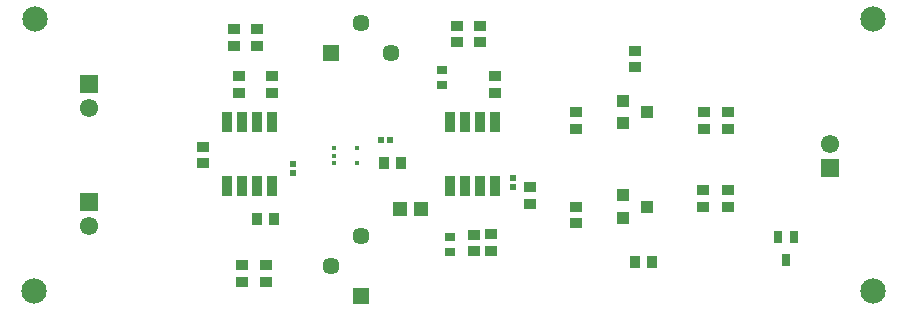
<source format=gbr>
G04*
G04 #@! TF.GenerationSoftware,Altium Limited,Altium Designer,23.8.1 (32)*
G04*
G04 Layer_Color=8388736*
%FSLAX43Y43*%
%MOMM*%
G71*
G04*
G04 #@! TF.SameCoordinates,4157314E-2F8B-4695-BFB2-F8FC6B21436D*
G04*
G04*
G04 #@! TF.FilePolarity,Negative*
G04*
G01*
G75*
%ADD15R,0.472X0.515*%
%ADD16R,0.515X0.472*%
%ADD22R,0.850X0.800*%
%ADD24R,0.703X1.053*%
%ADD25R,1.103X0.903*%
%ADD26R,0.853X1.731*%
%ADD27R,1.103X1.003*%
%ADD28R,1.303X1.303*%
%ADD29R,0.903X1.103*%
%ADD30R,0.400X0.300*%
%ADD31R,1.553X1.553*%
%ADD32C,1.553*%
%ADD33C,2.140*%
%ADD34R,1.453X1.453*%
%ADD35C,1.453*%
%ADD36R,1.453X1.453*%
D15*
X43500Y12604D02*
D03*
Y11846D02*
D03*
X24875Y13804D02*
D03*
Y13046D02*
D03*
D16*
X33104Y15800D02*
D03*
X32346D02*
D03*
D22*
X38225Y7651D02*
D03*
Y6399D02*
D03*
X37525Y21726D02*
D03*
Y20474D02*
D03*
D24*
X66650Y5700D02*
D03*
X66000Y7650D02*
D03*
X67300D02*
D03*
D25*
X61700Y18200D02*
D03*
Y16800D02*
D03*
X59700Y18200D02*
D03*
Y16800D02*
D03*
X61725Y10200D02*
D03*
Y11600D02*
D03*
X59650Y10200D02*
D03*
Y11600D02*
D03*
X48875Y8800D02*
D03*
Y10200D02*
D03*
X45000Y10450D02*
D03*
Y11850D02*
D03*
X40225Y7825D02*
D03*
Y6425D02*
D03*
X41675Y7875D02*
D03*
Y6475D02*
D03*
X53875Y22000D02*
D03*
Y23400D02*
D03*
X42030Y21225D02*
D03*
Y19825D02*
D03*
X17325Y13875D02*
D03*
Y15275D02*
D03*
X23155Y21225D02*
D03*
Y19825D02*
D03*
X48875Y16800D02*
D03*
Y18200D02*
D03*
X20350Y19825D02*
D03*
Y21225D02*
D03*
X38760Y24125D02*
D03*
Y25525D02*
D03*
X20615Y5225D02*
D03*
Y3825D02*
D03*
X40760Y25525D02*
D03*
Y24125D02*
D03*
X19885Y23825D02*
D03*
Y25225D02*
D03*
X21885Y25225D02*
D03*
Y23825D02*
D03*
X22615Y5225D02*
D03*
Y3825D02*
D03*
D26*
X42030Y17336D02*
D03*
X40760D02*
D03*
X39490D02*
D03*
X38220D02*
D03*
Y11914D02*
D03*
X39490D02*
D03*
X40760D02*
D03*
X42030D02*
D03*
X23155Y17336D02*
D03*
X21885D02*
D03*
X20615D02*
D03*
X19345D02*
D03*
Y11914D02*
D03*
X20615D02*
D03*
X21885D02*
D03*
X23155D02*
D03*
D27*
X52875Y11150D02*
D03*
Y9250D02*
D03*
X54875Y10200D02*
D03*
X52875Y19150D02*
D03*
Y17250D02*
D03*
X54875Y18200D02*
D03*
D28*
X35775Y9975D02*
D03*
X33975D02*
D03*
D29*
X55275Y5550D02*
D03*
X53875D02*
D03*
X23300Y9175D02*
D03*
X21900D02*
D03*
X32650Y13875D02*
D03*
X34050D02*
D03*
D30*
X30350Y15175D02*
D03*
Y13875D02*
D03*
X28350D02*
D03*
Y14525D02*
D03*
Y15175D02*
D03*
D31*
X7627Y20550D02*
D03*
Y10550D02*
D03*
X70373Y13500D02*
D03*
D32*
X7627Y18550D02*
D03*
Y8550D02*
D03*
X70373Y15500D02*
D03*
D33*
X3000Y3050D02*
D03*
X3050Y26050D02*
D03*
X74050Y3050D02*
D03*
Y26050D02*
D03*
D34*
X28160Y23210D02*
D03*
D35*
X30700Y25750D02*
D03*
X33240Y23210D02*
D03*
X28125Y5175D02*
D03*
X30665Y7715D02*
D03*
D36*
Y2635D02*
D03*
M02*

</source>
